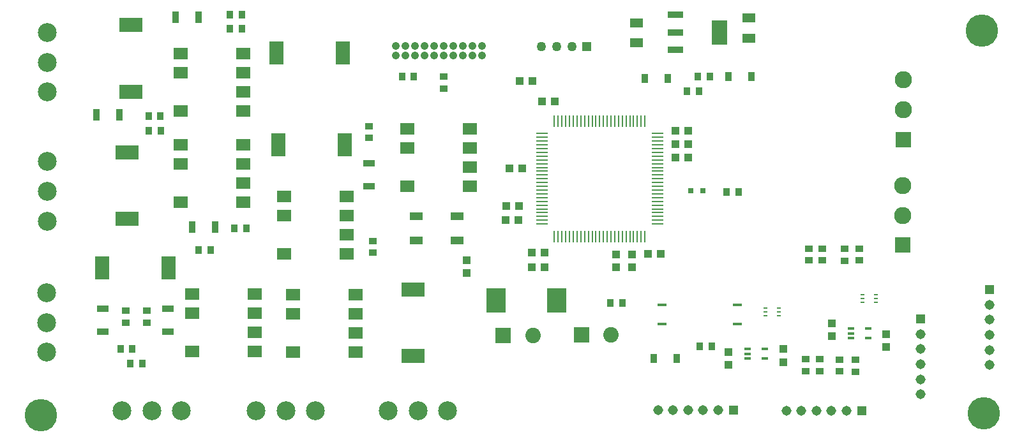
<source format=gbr>
%TF.GenerationSoftware,KiCad,Pcbnew,(6.0.4)*%
%TF.CreationDate,2022-04-12T20:51:16-07:00*%
%TF.ProjectId,L0005-Valve-Controller,4c303030-352d-4566-916c-76652d436f6e,1.0*%
%TF.SameCoordinates,Original*%
%TF.FileFunction,Soldermask,Top*%
%TF.FilePolarity,Negative*%
%FSLAX46Y46*%
G04 Gerber Fmt 4.6, Leading zero omitted, Abs format (unit mm)*
G04 Created by KiCad (PCBNEW (6.0.4)) date 2022-04-12 20:51:16*
%MOMM*%
%LPD*%
G01*
G04 APERTURE LIST*
%ADD10C,1.066800*%
%ADD11R,1.700000X0.990600*%
%ADD12R,1.900000X1.500000*%
%ADD13R,1.600000X0.855600*%
%ADD14R,0.855600X1.600000*%
%ADD15R,0.965200X1.295400*%
%ADD16R,0.800000X0.800000*%
%ADD17R,1.100000X1.000000*%
%ADD18C,2.500000*%
%ADD19R,0.940000X1.020000*%
%ADD20R,1.020000X0.940000*%
%ADD21R,3.048000X1.854200*%
%ADD22R,1.854200X3.048000*%
%ADD23R,2.150000X0.950000*%
%ADD24R,2.150000X3.250000*%
%ADD25C,4.300000*%
%ADD26R,0.876300X0.304800*%
%ADD27R,1.778000X1.270000*%
%ADD28R,1.308000X1.308000*%
%ADD29C,1.308000*%
%ADD30R,1.000000X1.100000*%
%ADD31R,0.508000X0.254000*%
%ADD32R,1.219200X0.457200*%
%ADD33R,2.050000X2.050000*%
%ADD34C,2.286000*%
%ADD35C,2.050000*%
%ADD36R,1.560000X0.280000*%
%ADD37R,0.280000X1.560000*%
%ADD38R,2.620000X3.200000*%
%ADD39R,1.258000X1.258000*%
%ADD40C,1.258000*%
G04 APERTURE END LIST*
D10*
%TO.C,P1*%
X108280200Y-75398250D03*
X108280200Y-74128250D03*
X109550200Y-75398250D03*
X109550200Y-74128250D03*
X110820200Y-75398250D03*
X110820200Y-74128250D03*
X112090200Y-75398250D03*
X112090200Y-74128250D03*
X113360200Y-75398250D03*
X113360200Y-74128250D03*
X114630200Y-75398250D03*
X114630200Y-74128250D03*
X115900200Y-75398250D03*
X115900200Y-74128250D03*
X117170200Y-75398250D03*
X117170200Y-74128250D03*
X118440200Y-75398250D03*
X118440200Y-74128250D03*
X119710200Y-75398250D03*
X119710200Y-74128250D03*
%TD*%
D11*
%TO.C,B1*%
X116441200Y-99948799D03*
X111041200Y-99948799D03*
X116441200Y-96748801D03*
X111041200Y-96748801D03*
%TD*%
D12*
%TO.C,K6*%
X118111700Y-92811600D03*
X118111700Y-90271600D03*
X118111700Y-87731600D03*
X118111700Y-85191600D03*
X109811700Y-85191600D03*
X109811700Y-87731600D03*
X109811700Y-92811600D03*
%TD*%
D13*
%TO.C,C16*%
X78079600Y-112068601D03*
X78079600Y-109012999D03*
%TD*%
%TO.C,C17*%
X104800400Y-89708999D03*
X104800400Y-92764601D03*
%TD*%
%TO.C,C18*%
X69494400Y-112119401D03*
X69494400Y-109063799D03*
%TD*%
D14*
%TO.C,C19*%
X84331801Y-98171000D03*
X81276199Y-98171000D03*
%TD*%
%TO.C,C20*%
X71631801Y-83312000D03*
X68576199Y-83312000D03*
%TD*%
%TO.C,C21*%
X82172801Y-70358000D03*
X79117199Y-70358000D03*
%TD*%
D15*
%TO.C,D3*%
X144373600Y-78435200D03*
X141325600Y-78435200D03*
%TD*%
D16*
%TO.C,D4*%
X149059400Y-93370400D03*
X147409400Y-93370400D03*
%TD*%
D17*
%TO.C,J1*%
X126427600Y-78790800D03*
X124727600Y-78790800D03*
%TD*%
D12*
%TO.C,K1*%
X102956000Y-114808000D03*
X102956000Y-112268000D03*
X102956000Y-109728000D03*
X102956000Y-107188000D03*
X94656000Y-107188000D03*
X94656000Y-109728000D03*
X94656000Y-114808000D03*
%TD*%
%TO.C,K2*%
X101813000Y-101727000D03*
X101813000Y-99187000D03*
X101813000Y-96647000D03*
X101813000Y-94107000D03*
X93513000Y-94107000D03*
X93513000Y-96647000D03*
X93513000Y-101727000D03*
%TD*%
%TO.C,K3*%
X89621000Y-114681000D03*
X89621000Y-112141000D03*
X89621000Y-109601000D03*
X89621000Y-107061000D03*
X81321000Y-107061000D03*
X81321000Y-109601000D03*
X81321000Y-114681000D03*
%TD*%
%TO.C,K4*%
X88063500Y-94869000D03*
X88063500Y-92329000D03*
X88063500Y-89789000D03*
X88063500Y-87249000D03*
X79763500Y-87249000D03*
X79763500Y-89789000D03*
X79763500Y-94869000D03*
%TD*%
%TO.C,K5*%
X88097000Y-82804000D03*
X88097000Y-80264000D03*
X88097000Y-77724000D03*
X88097000Y-75184000D03*
X79797000Y-75184000D03*
X79797000Y-77724000D03*
X79797000Y-82804000D03*
%TD*%
D18*
%TO.C,P3*%
X115212000Y-122555000D03*
X111252000Y-122555000D03*
X107292000Y-122555000D03*
%TD*%
%TO.C,P4*%
X97686000Y-122557000D03*
X93726000Y-122557000D03*
X89766000Y-122557000D03*
%TD*%
%TO.C,P5*%
X79906000Y-122555000D03*
X75946000Y-122555000D03*
X71986000Y-122555000D03*
%TD*%
%TO.C,P6*%
X61974000Y-114831000D03*
X61974000Y-110871000D03*
X61974000Y-106911000D03*
%TD*%
D19*
%TO.C,R2*%
X73124000Y-116332000D03*
X74704000Y-116332000D03*
%TD*%
%TO.C,R3*%
X73383200Y-114350800D03*
X71803200Y-114350800D03*
%TD*%
D20*
%TO.C,R4*%
X105308400Y-101628000D03*
X105308400Y-100048000D03*
%TD*%
%TO.C,R5*%
X75336400Y-109293600D03*
X75336400Y-110873600D03*
%TD*%
%TO.C,R6*%
X104800400Y-86388000D03*
X104800400Y-84808000D03*
%TD*%
%TO.C,R7*%
X72491600Y-110873600D03*
X72491600Y-109293600D03*
%TD*%
D19*
%TO.C,R8*%
X88521600Y-98348800D03*
X86941600Y-98348800D03*
%TD*%
%TO.C,R9*%
X75562400Y-85445600D03*
X77142400Y-85445600D03*
%TD*%
%TO.C,R10*%
X87912000Y-69977000D03*
X86332000Y-69977000D03*
%TD*%
%TO.C,R11*%
X83746400Y-101244400D03*
X82166400Y-101244400D03*
%TD*%
%TO.C,R12*%
X75537000Y-83439000D03*
X77117000Y-83439000D03*
%TD*%
%TO.C,R13*%
X86332000Y-71882000D03*
X87912000Y-71882000D03*
%TD*%
%TO.C,R24*%
X146936400Y-80162400D03*
X148516400Y-80162400D03*
%TD*%
%TO.C,R25*%
X152219600Y-93522800D03*
X153799600Y-93522800D03*
%TD*%
D21*
%TO.C,RV1*%
X110591600Y-106467900D03*
X110591600Y-115324900D03*
%TD*%
D22*
%TO.C,RV2*%
X92726500Y-87249000D03*
X101583500Y-87249000D03*
%TD*%
%TO.C,RV3*%
X69358500Y-103632000D03*
X78215500Y-103632000D03*
%TD*%
D21*
%TO.C,RV4*%
X72644000Y-97138500D03*
X72644000Y-88281500D03*
%TD*%
%TO.C,RV5*%
X73152000Y-80247500D03*
X73152000Y-71390500D03*
%TD*%
D22*
%TO.C,RV6*%
X101329500Y-75057000D03*
X92472500Y-75057000D03*
%TD*%
D18*
%TO.C,P8*%
X62101000Y-80287000D03*
X62101000Y-76327000D03*
X62101000Y-72367000D03*
%TD*%
%TO.C,P7*%
X62101000Y-97432000D03*
X62101000Y-93472000D03*
X62101000Y-89512000D03*
%TD*%
D23*
%TO.C,U2*%
X145436000Y-70039200D03*
D24*
X151236000Y-72339200D03*
D23*
X145436000Y-72339200D03*
X145436000Y-74639200D03*
%TD*%
D20*
%TO.C,R15*%
X164896800Y-102644000D03*
X164896800Y-101064000D03*
%TD*%
D25*
%TO.C,H2*%
X186283600Y-122936000D03*
%TD*%
D15*
%TO.C,D1*%
X152400000Y-78181200D03*
X155448000Y-78181200D03*
%TD*%
D20*
%TO.C,R27*%
X114655600Y-78254800D03*
X114655600Y-79834800D03*
%TD*%
%TO.C,R21*%
X169773600Y-101041200D03*
X169773600Y-102621200D03*
%TD*%
D26*
%TO.C,U4*%
X168713150Y-111668801D03*
X168713150Y-112318800D03*
X168713150Y-112968799D03*
X170935650Y-112968799D03*
X170935650Y-111668801D03*
%TD*%
D27*
%TO.C,C2*%
X155143200Y-73101200D03*
X155143200Y-70459600D03*
%TD*%
D28*
%TO.C,P13*%
X187042400Y-106507500D03*
D29*
X187042400Y-108507500D03*
X187042400Y-110507500D03*
X187042400Y-112507500D03*
X187042400Y-114507500D03*
X187042400Y-116507500D03*
%TD*%
D25*
%TO.C,H3*%
X61214000Y-123190000D03*
%TD*%
D17*
%TO.C,C8*%
X126353200Y-103530400D03*
X128053200Y-103530400D03*
%TD*%
D28*
%TO.C,P12*%
X177901600Y-110417600D03*
D29*
X177901600Y-112417600D03*
X177901600Y-114417600D03*
X177901600Y-116417600D03*
X177901600Y-118417600D03*
X177901600Y-120417600D03*
%TD*%
D30*
%TO.C,C22*%
X152400000Y-116521600D03*
X152400000Y-114821600D03*
%TD*%
D17*
%TO.C,C4*%
X126353200Y-101600000D03*
X128053200Y-101600000D03*
%TD*%
D28*
%TO.C,P10*%
X153080500Y-122526400D03*
D29*
X151080500Y-122526400D03*
X149080500Y-122526400D03*
X147080500Y-122526400D03*
X145080500Y-122526400D03*
X143080500Y-122526400D03*
%TD*%
D31*
%TO.C,Q2*%
X170179400Y-107188000D03*
X170179400Y-107696000D03*
X170179400Y-108204000D03*
X171982800Y-108204000D03*
X171982800Y-107696000D03*
X171982800Y-107188000D03*
%TD*%
D28*
%TO.C,P11*%
X170098500Y-122628000D03*
D29*
X168098500Y-122628000D03*
X166098500Y-122628000D03*
X164098500Y-122628000D03*
X162098500Y-122628000D03*
X160098500Y-122628000D03*
%TD*%
D32*
%TO.C,U5*%
X143649700Y-108508800D03*
X143649700Y-111048800D03*
X153631900Y-111048800D03*
X153631900Y-108508800D03*
%TD*%
D33*
%TO.C,P14*%
X175670100Y-86578100D03*
D34*
X175670100Y-82618100D03*
X175670100Y-78658100D03*
%TD*%
D30*
%TO.C,C12*%
X137566400Y-103567600D03*
X137566400Y-101867600D03*
%TD*%
D31*
%TO.C,Q1*%
X157340300Y-108966000D03*
X157340300Y-109474000D03*
X157340300Y-109982000D03*
X159143700Y-109982000D03*
X159143700Y-109474000D03*
X159143700Y-108966000D03*
%TD*%
D30*
%TO.C,C25*%
X173329600Y-114134000D03*
X173329600Y-112434000D03*
%TD*%
D27*
%TO.C,C1*%
X140258800Y-73710800D03*
X140258800Y-71069200D03*
%TD*%
D17*
%TO.C,C10*%
X122949600Y-95402400D03*
X124649600Y-95402400D03*
%TD*%
D19*
%TO.C,R22*%
X148635600Y-114046000D03*
X150215600Y-114046000D03*
%TD*%
D33*
%TO.C,P9*%
X122564300Y-112576500D03*
D35*
X126524300Y-112576500D03*
%TD*%
D19*
%TO.C,R1*%
X148358800Y-78181200D03*
X149938800Y-78181200D03*
%TD*%
D36*
%TO.C,U1*%
X127679700Y-85795600D03*
X127679700Y-86295600D03*
X127679700Y-86795600D03*
X127679700Y-87295600D03*
X127679700Y-87795600D03*
X127679700Y-88295600D03*
X127679700Y-88795600D03*
X127679700Y-89295600D03*
X127679700Y-89795600D03*
X127679700Y-90295600D03*
X127679700Y-90795600D03*
X127679700Y-91295600D03*
X127679700Y-91795600D03*
X127679700Y-92295600D03*
X127679700Y-92795600D03*
X127679700Y-93295600D03*
X127679700Y-93795600D03*
X127679700Y-94295600D03*
X127679700Y-94795600D03*
X127679700Y-95295600D03*
X127679700Y-95795600D03*
X127679700Y-96295600D03*
X127679700Y-96795600D03*
X127679700Y-97295600D03*
X127679700Y-97795600D03*
D37*
X129359700Y-99475600D03*
X129859700Y-99475600D03*
X130359700Y-99475600D03*
X130859700Y-99475600D03*
X131359700Y-99475600D03*
X131859700Y-99475600D03*
X132359700Y-99475600D03*
X132859700Y-99475600D03*
X133359700Y-99475600D03*
X133859700Y-99475600D03*
X134359700Y-99475600D03*
X134859700Y-99475600D03*
X135359700Y-99475600D03*
X135859700Y-99475600D03*
X136359700Y-99475600D03*
X136859700Y-99475600D03*
X137359700Y-99475600D03*
X137859700Y-99475600D03*
X138359700Y-99475600D03*
X138859700Y-99475600D03*
X139359700Y-99475600D03*
X139859700Y-99475600D03*
X140359700Y-99475600D03*
X140859700Y-99475600D03*
X141359700Y-99475600D03*
D36*
X143039700Y-97795600D03*
X143039700Y-97295600D03*
X143039700Y-96795600D03*
X143039700Y-96295600D03*
X143039700Y-95795600D03*
X143039700Y-95295600D03*
X143039700Y-94795600D03*
X143039700Y-94295600D03*
X143039700Y-93795600D03*
X143039700Y-93295600D03*
X143039700Y-92795600D03*
X143039700Y-92295600D03*
X143039700Y-91795600D03*
X143039700Y-91295600D03*
X143039700Y-90795600D03*
X143039700Y-90295600D03*
X143039700Y-89795600D03*
X143039700Y-89295600D03*
X143039700Y-88795600D03*
X143039700Y-88295600D03*
X143039700Y-87795600D03*
X143039700Y-87295600D03*
X143039700Y-86795600D03*
X143039700Y-86295600D03*
X143039700Y-85795600D03*
D37*
X141359700Y-84115600D03*
X140859700Y-84115600D03*
X140359700Y-84115600D03*
X139859700Y-84115600D03*
X139359700Y-84115600D03*
X138859700Y-84115600D03*
X138359700Y-84115600D03*
X137859700Y-84115600D03*
X137359700Y-84115600D03*
X136859700Y-84115600D03*
X136359700Y-84115600D03*
X135859700Y-84115600D03*
X135359700Y-84115600D03*
X134859700Y-84115600D03*
X134359700Y-84115600D03*
X133859700Y-84115600D03*
X133359700Y-84115600D03*
X132859700Y-84115600D03*
X132359700Y-84115600D03*
X131859700Y-84115600D03*
X131359700Y-84115600D03*
X130859700Y-84115600D03*
X130359700Y-84115600D03*
X129859700Y-84115600D03*
X129359700Y-84115600D03*
%TD*%
D19*
%TO.C,R26*%
X110721200Y-78181200D03*
X109141200Y-78181200D03*
%TD*%
D38*
%TO.C,F1*%
X121581400Y-107899200D03*
X129675400Y-107899200D03*
%TD*%
D30*
%TO.C,C24*%
X159715200Y-116115200D03*
X159715200Y-114415200D03*
%TD*%
D20*
%TO.C,R20*%
X163118800Y-102644000D03*
X163118800Y-101064000D03*
%TD*%
D17*
%TO.C,C9*%
X122898800Y-97282000D03*
X124598800Y-97282000D03*
%TD*%
D20*
%TO.C,R14*%
X167132000Y-117376000D03*
X167132000Y-115796000D03*
%TD*%
D39*
%TO.C,P2*%
X133657600Y-74282000D03*
D40*
X131657600Y-74282000D03*
X129657600Y-74282000D03*
X127657600Y-74282000D03*
%TD*%
D30*
%TO.C,C15*%
X117754400Y-102629600D03*
X117754400Y-104329600D03*
%TD*%
%TO.C,C11*%
X139649200Y-103516800D03*
X139649200Y-101816800D03*
%TD*%
D17*
%TO.C,C7*%
X129424800Y-81534000D03*
X127724800Y-81534000D03*
%TD*%
D33*
%TO.C,P16*%
X132927500Y-112525700D03*
D35*
X136887500Y-112525700D03*
%TD*%
D17*
%TO.C,C13*%
X147103200Y-87223600D03*
X145403200Y-87223600D03*
%TD*%
D25*
%TO.C,H1*%
X186029600Y-72085200D03*
%TD*%
D17*
%TO.C,C6*%
X147103200Y-85394800D03*
X145403200Y-85394800D03*
%TD*%
D30*
%TO.C,C23*%
X166116000Y-112711600D03*
X166116000Y-111011600D03*
%TD*%
D20*
%TO.C,R18*%
X169316400Y-117426800D03*
X169316400Y-115846800D03*
%TD*%
D33*
%TO.C,P15*%
X175568500Y-100598900D03*
D34*
X175568500Y-96638900D03*
X175568500Y-92678900D03*
%TD*%
D15*
%TO.C,D2*%
X142494000Y-115620800D03*
X145542000Y-115620800D03*
%TD*%
D17*
%TO.C,C5*%
X141745600Y-101752400D03*
X143445600Y-101752400D03*
%TD*%
D20*
%TO.C,R19*%
X164566600Y-117325200D03*
X164566600Y-115745200D03*
%TD*%
D17*
%TO.C,C14*%
X147103200Y-88950800D03*
X145403200Y-88950800D03*
%TD*%
D20*
%TO.C,R17*%
X167843200Y-102672000D03*
X167843200Y-101092000D03*
%TD*%
D19*
%TO.C,R23*%
X138356400Y-108305600D03*
X136776400Y-108305600D03*
%TD*%
D26*
%TO.C,U3*%
X154997150Y-114361201D03*
X154997150Y-115011200D03*
X154997150Y-115661199D03*
X157219650Y-115661199D03*
X157219650Y-114361201D03*
%TD*%
D17*
%TO.C,C3*%
X123356000Y-90424000D03*
X125056000Y-90424000D03*
%TD*%
D20*
%TO.C,R16*%
X162712400Y-115745200D03*
X162712400Y-117325200D03*
%TD*%
M02*

</source>
